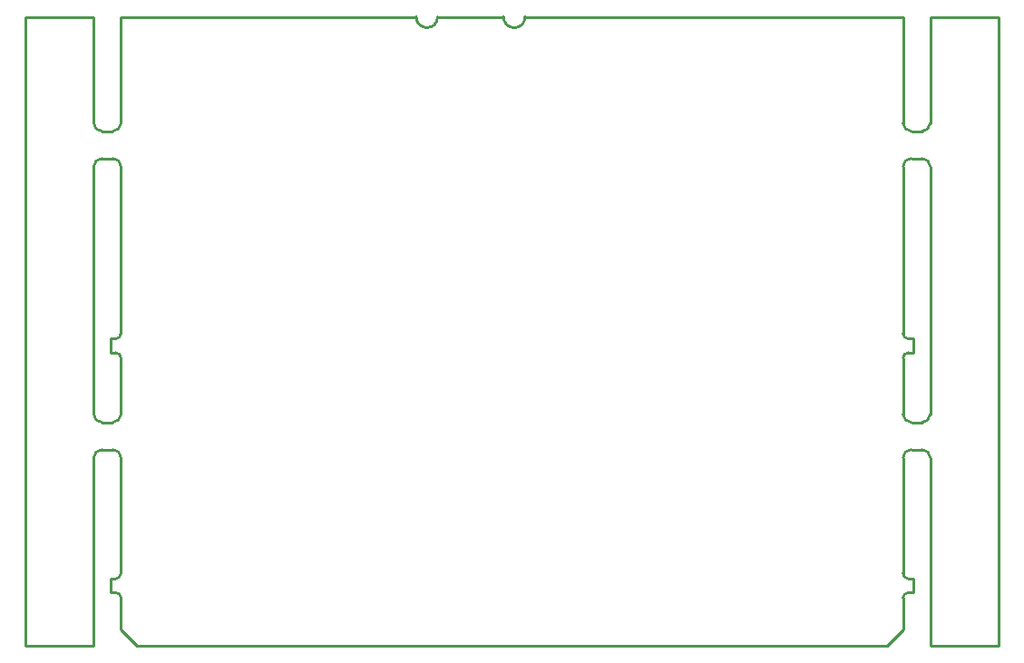
<source format=gko>
*
*
G04 PADS 9.4.1 Build Number: 494907 generated Gerber (RS-274-X) file*
G04 PC Version=2.1*
*
%IN "P9771A_EasyEDA_Edit.pcb"*%
*
%MOIN*%
*
%FSDAX24Y24*%
*
*
*
*
G04 PC Standard Apertures*
*
*
G04 Thermal Relief Aperture macro.*
%AMTER*
1,1,$1,0,0*
1,0,$1-$2,0,0*
21,0,$3,$4,0,0,45*
21,0,$3,$4,0,0,135*
%
*
*
G04 Annular Aperture macro.*
%AMANN*
1,1,$1,0,0*
1,0,$2,0,0*
%
*
*
G04 Odd Aperture macro.*
%AMODD*
1,1,$1,0,0*
1,0,$1-0.005,0,0*
%
*
*
G04 PC Custom Aperture Macros*
*
*
*
*
*
*
G04 PC Aperture Table*
*
%ADD031C,0.01*%
%ADD051C,0.001*%
*
*
*
*
G04 PC Circuitry*
G04 Layer Name P9771A_EasyEDA_Edit.pcb - circuitry*
%LPD*%
*
*
G04 PC Custom Flashes*
G04 Layer Name P9771A_EasyEDA_Edit.pcb - flashes*
%LPD*%
*
*
G04 PC Circuitry*
G04 Layer Name P9771A_EasyEDA_Edit.pcb - circuitry*
%LPD*%
*
G54D31*
G01X006893Y010000D02*
X009393Y010000D01*
X009393Y010000D02*
X009393Y016915D01*
X009693Y017215D02*
G75*
G03X009393Y016915I000000J-000300D01*
G01X009693Y017215D02*
X010093Y017215D01*
X010393Y016915D02*
G03X010093Y017215I-000299J000000D01*
G01X010393Y016915D02*
X010393Y012666D01*
X010393Y012666D02*
X010393Y012666D01*
X010196Y012469D02*
G03X010393Y012666I000000J000197D01*
G01X010196Y012469D02*
X010000Y012469D01*
X010000Y011957*
X010000Y011957D02*
X010197Y011957D01*
X010394Y011761D02*
G03X010197Y011957I-000196J-000000D01*
G01X010394Y011761D02*
X010396Y010589D01*
X010986Y010000*
X010986Y010000D02*
X038543Y010000D01*
X039133Y010590*
X039133Y010590D02*
X039133Y011760D01*
X039330Y011957D02*
G03X039133Y011760I000000J-000196D01*
G01X039330Y011957D02*
X039527Y011957D01*
X039527Y011957D02*
X039527Y012469D01*
X039527Y012469D02*
X039330Y012469D01*
X039133Y012666D02*
G03X039330Y012469I000197J000000D01*
G01X039133Y012666D02*
X039133Y016915D01*
X039433Y017215D02*
G03X039133Y016915I000000J-000300D01*
G01X039433Y017215D02*
X039833Y017215D01*
X040133Y016915D02*
G03X039833Y017215I-000299J-000000D01*
G01X040133Y016915D02*
X040133Y010000D01*
X040133Y010000D02*
X042633Y010000D01*
X042633Y010000D02*
X042633Y033115D01*
X042633Y033115D02*
X040133Y033115D01*
X040133Y033115D02*
X040133Y029215D01*
X039833Y028915D02*
G03X040133Y029215I000000J000300D01*
G01X039833Y028915D02*
X039433Y028915D01*
X039133Y029215D02*
G03X039433Y028915I000300J000000D01*
G01X039133Y029215D02*
X039133Y033115D01*
X039133Y033115D02*
X025242Y033115D01*
X024454Y033115D02*
G03X025242Y033115I000394J000000D01*
G01X024454Y033115D02*
X022033Y033115D01*
X021246Y033115D02*
G03X022033Y033115I000393J000000D01*
G01X021246Y033115D02*
X010393Y033115D01*
X010393Y033115D02*
X010393Y029215D01*
X010093Y028915D02*
G03X010393Y029215I000000J000300D01*
G01X010093Y028915D02*
X009693Y028915D01*
X009393Y029215D02*
G03X009693Y028915I000300J000000D01*
G01X009393Y029215D02*
X009393Y033115D01*
X009393Y033115D02*
X006893Y033115D01*
X006893Y033115D02*
X006893Y010000D01*
X009693Y027915D02*
G03X009393Y027615I000000J-000300D01*
G01X009393Y027615D02*
X009393Y018515D01*
X009393Y018515D02*
G03X009693Y018215I000300J000000D01*
G01X009693Y018215D02*
X010093Y018215D01*
X010093Y018215D02*
G03X010393Y018515I000000J000300D01*
G01X010393Y018515D02*
X010393Y020579D01*
X010393Y020579D02*
G03X010196Y020776I-000196J000000D01*
G01X010196Y020776D02*
X010000Y020776D01*
X010000Y021288*
X010196Y021288*
X010196Y021288D02*
G03X010393Y021485I000000J000197D01*
G01X010393Y021485D02*
X010393Y021485D01*
X010393Y021485D02*
X010393Y027615D01*
X010393Y027615D02*
G03X010093Y027915I-000299J000000D01*
G01X010093Y027915D02*
X009693Y027915D01*
X040133Y027615D02*
G03X039833Y027915I-000299J-000000D01*
G01X040133Y027615D02*
X040133Y018515D01*
X039833Y018215D02*
G03X040133Y018515I000000J000300D01*
G01X039833Y018215D02*
X039433Y018215D01*
X039133Y018515D02*
G03X039433Y018215I000300J000000D01*
G01X039133Y018515D02*
X039133Y020579D01*
X039330Y020776D02*
G03X039133Y020579I000000J-000196D01*
G01X039330Y020776D02*
X039527Y020776D01*
X039527Y020776D02*
X039527Y021288D01*
X039527Y021288D02*
X039330Y021288D01*
X039133Y021485D02*
G03X039330Y021288I000197J000000D01*
G01X039133Y021485D02*
X039133Y027615D01*
X039433Y027915D02*
G03X039133Y027615I000000J-000300D01*
G01X039433Y027915D02*
X039833Y027915D01*
G54D51*
G74*
X000000Y000000D02*
M02*

</source>
